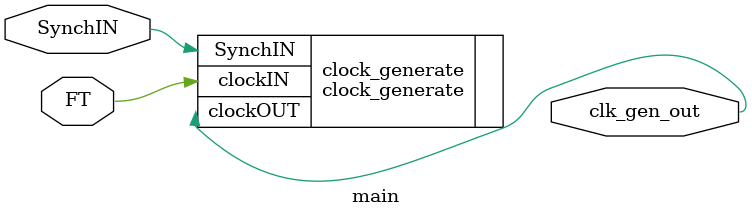
<source format=v>
module main
(
	input SynchIN,
	input FT,
	output reg clk_gen_out
	
);



defparam clock_generate.CLOCK_FREQUENCY = 48_000_000;
defparam clock_generate.BAUD_RATE       = 9600;
clock_generate clock_generate 
(
	.SynchIN(SynchIN),
	.clockIN(FT),
	.clockOUT(clk_gen_out),
);




endmodule
</source>
